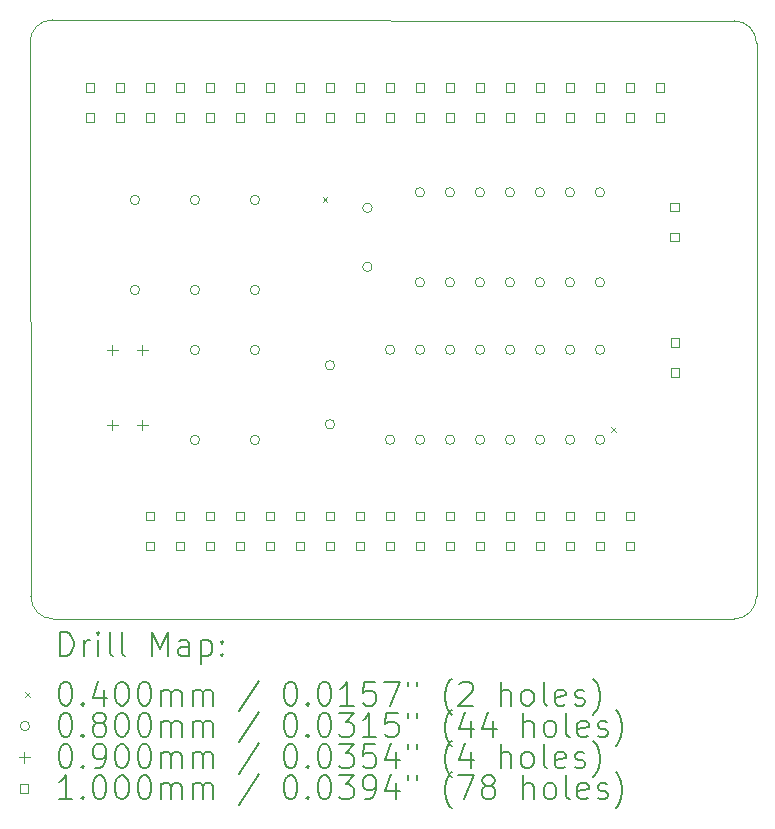
<source format=gbr>
%FSLAX45Y45*%
G04 Gerber Fmt 4.5, Leading zero omitted, Abs format (unit mm)*
G04 Created by KiCad (PCBNEW (6.0.6)) date 2022-08-31 17:59:32*
%MOMM*%
%LPD*%
G01*
G04 APERTURE LIST*
%TA.AperFunction,Profile*%
%ADD10C,0.050000*%
%TD*%
%ADD11C,0.200000*%
%ADD12C,0.040000*%
%ADD13C,0.080000*%
%ADD14C,0.090000*%
%ADD15C,0.100000*%
G04 APERTURE END LIST*
D10*
X22090296Y-7564204D02*
G75*
G03*
X21899796Y-7373704I-190500J0D01*
G01*
X21899796Y-12438296D02*
G75*
G03*
X22090296Y-12247796I0J190500D01*
G01*
X15946204Y-12247796D02*
G75*
G03*
X16136704Y-12438296I190500J0D01*
G01*
X16129000Y-7366000D02*
G75*
G03*
X15938500Y-7556500I0J-190500D01*
G01*
X15946204Y-12247796D02*
X15938500Y-7556500D01*
X22090296Y-7564204D02*
X22090296Y-12247796D01*
X16136704Y-12438296D02*
X21899796Y-12438296D01*
X16129000Y-7366000D02*
X21899796Y-7373704D01*
D11*
D12*
X18415810Y-8869810D02*
X18455810Y-8909810D01*
X18455810Y-8869810D02*
X18415810Y-8909810D01*
X20859300Y-10813870D02*
X20899300Y-10853870D01*
X20899300Y-10813870D02*
X20859300Y-10853870D01*
D13*
X16867500Y-8890000D02*
G75*
G03*
X16867500Y-8890000I-40000J0D01*
G01*
X16867500Y-9652000D02*
G75*
G03*
X16867500Y-9652000I-40000J0D01*
G01*
X17375500Y-8890000D02*
G75*
G03*
X17375500Y-8890000I-40000J0D01*
G01*
X17375500Y-9652000D02*
G75*
G03*
X17375500Y-9652000I-40000J0D01*
G01*
X17375500Y-10160000D02*
G75*
G03*
X17375500Y-10160000I-40000J0D01*
G01*
X17375500Y-10922000D02*
G75*
G03*
X17375500Y-10922000I-40000J0D01*
G01*
X17883500Y-8890000D02*
G75*
G03*
X17883500Y-8890000I-40000J0D01*
G01*
X17883500Y-9652000D02*
G75*
G03*
X17883500Y-9652000I-40000J0D01*
G01*
X17883500Y-10160000D02*
G75*
G03*
X17883500Y-10160000I-40000J0D01*
G01*
X17883500Y-10922000D02*
G75*
G03*
X17883500Y-10922000I-40000J0D01*
G01*
X18518500Y-10291000D02*
G75*
G03*
X18518500Y-10291000I-40000J0D01*
G01*
X18518500Y-10791000D02*
G75*
G03*
X18518500Y-10791000I-40000J0D01*
G01*
X18836000Y-8957500D02*
G75*
G03*
X18836000Y-8957500I-40000J0D01*
G01*
X18836000Y-9457500D02*
G75*
G03*
X18836000Y-9457500I-40000J0D01*
G01*
X19028000Y-10159000D02*
G75*
G03*
X19028000Y-10159000I-40000J0D01*
G01*
X19028000Y-10921000D02*
G75*
G03*
X19028000Y-10921000I-40000J0D01*
G01*
X19280000Y-8825500D02*
G75*
G03*
X19280000Y-8825500I-40000J0D01*
G01*
X19280000Y-9587500D02*
G75*
G03*
X19280000Y-9587500I-40000J0D01*
G01*
X19282000Y-10159000D02*
G75*
G03*
X19282000Y-10159000I-40000J0D01*
G01*
X19282000Y-10921000D02*
G75*
G03*
X19282000Y-10921000I-40000J0D01*
G01*
X19534000Y-8825500D02*
G75*
G03*
X19534000Y-8825500I-40000J0D01*
G01*
X19534000Y-9587500D02*
G75*
G03*
X19534000Y-9587500I-40000J0D01*
G01*
X19536000Y-10159000D02*
G75*
G03*
X19536000Y-10159000I-40000J0D01*
G01*
X19536000Y-10921000D02*
G75*
G03*
X19536000Y-10921000I-40000J0D01*
G01*
X19788000Y-8825500D02*
G75*
G03*
X19788000Y-8825500I-40000J0D01*
G01*
X19788000Y-9587500D02*
G75*
G03*
X19788000Y-9587500I-40000J0D01*
G01*
X19790000Y-10159000D02*
G75*
G03*
X19790000Y-10159000I-40000J0D01*
G01*
X19790000Y-10921000D02*
G75*
G03*
X19790000Y-10921000I-40000J0D01*
G01*
X20042000Y-8825500D02*
G75*
G03*
X20042000Y-8825500I-40000J0D01*
G01*
X20042000Y-9587500D02*
G75*
G03*
X20042000Y-9587500I-40000J0D01*
G01*
X20044000Y-10159000D02*
G75*
G03*
X20044000Y-10159000I-40000J0D01*
G01*
X20044000Y-10921000D02*
G75*
G03*
X20044000Y-10921000I-40000J0D01*
G01*
X20296000Y-8825500D02*
G75*
G03*
X20296000Y-8825500I-40000J0D01*
G01*
X20296000Y-9587500D02*
G75*
G03*
X20296000Y-9587500I-40000J0D01*
G01*
X20298000Y-10159000D02*
G75*
G03*
X20298000Y-10159000I-40000J0D01*
G01*
X20298000Y-10921000D02*
G75*
G03*
X20298000Y-10921000I-40000J0D01*
G01*
X20550000Y-8825500D02*
G75*
G03*
X20550000Y-8825500I-40000J0D01*
G01*
X20550000Y-9587500D02*
G75*
G03*
X20550000Y-9587500I-40000J0D01*
G01*
X20552000Y-10159000D02*
G75*
G03*
X20552000Y-10159000I-40000J0D01*
G01*
X20552000Y-10921000D02*
G75*
G03*
X20552000Y-10921000I-40000J0D01*
G01*
X20804000Y-8825500D02*
G75*
G03*
X20804000Y-8825500I-40000J0D01*
G01*
X20804000Y-9587500D02*
G75*
G03*
X20804000Y-9587500I-40000J0D01*
G01*
X20806000Y-10159000D02*
G75*
G03*
X20806000Y-10159000I-40000J0D01*
G01*
X20806000Y-10921000D02*
G75*
G03*
X20806000Y-10921000I-40000J0D01*
G01*
D14*
X16636500Y-10750000D02*
X16636500Y-10840000D01*
X16591500Y-10795000D02*
X16681500Y-10795000D01*
X16637000Y-10115000D02*
X16637000Y-10205000D01*
X16592000Y-10160000D02*
X16682000Y-10160000D01*
X16890500Y-10750000D02*
X16890500Y-10840000D01*
X16845500Y-10795000D02*
X16935500Y-10795000D01*
X16891000Y-10115000D02*
X16891000Y-10205000D01*
X16846000Y-10160000D02*
X16936000Y-10160000D01*
D15*
X16482356Y-7973356D02*
X16482356Y-7902644D01*
X16411644Y-7902644D01*
X16411644Y-7973356D01*
X16482356Y-7973356D01*
X16482356Y-8227356D02*
X16482356Y-8156644D01*
X16411644Y-8156644D01*
X16411644Y-8227356D01*
X16482356Y-8227356D01*
X16736356Y-7973356D02*
X16736356Y-7902644D01*
X16665644Y-7902644D01*
X16665644Y-7973356D01*
X16736356Y-7973356D01*
X16736356Y-8227356D02*
X16736356Y-8156644D01*
X16665644Y-8156644D01*
X16665644Y-8227356D01*
X16736356Y-8227356D01*
X16989856Y-11604106D02*
X16989856Y-11533394D01*
X16919144Y-11533394D01*
X16919144Y-11604106D01*
X16989856Y-11604106D01*
X16989856Y-11858106D02*
X16989856Y-11787394D01*
X16919144Y-11787394D01*
X16919144Y-11858106D01*
X16989856Y-11858106D01*
X16990356Y-7973356D02*
X16990356Y-7902644D01*
X16919644Y-7902644D01*
X16919644Y-7973356D01*
X16990356Y-7973356D01*
X16990356Y-8227356D02*
X16990356Y-8156644D01*
X16919644Y-8156644D01*
X16919644Y-8227356D01*
X16990356Y-8227356D01*
X17243856Y-11604106D02*
X17243856Y-11533394D01*
X17173144Y-11533394D01*
X17173144Y-11604106D01*
X17243856Y-11604106D01*
X17243856Y-11858106D02*
X17243856Y-11787394D01*
X17173144Y-11787394D01*
X17173144Y-11858106D01*
X17243856Y-11858106D01*
X17244356Y-7973356D02*
X17244356Y-7902644D01*
X17173644Y-7902644D01*
X17173644Y-7973356D01*
X17244356Y-7973356D01*
X17244356Y-8227356D02*
X17244356Y-8156644D01*
X17173644Y-8156644D01*
X17173644Y-8227356D01*
X17244356Y-8227356D01*
X17497856Y-11604106D02*
X17497856Y-11533394D01*
X17427144Y-11533394D01*
X17427144Y-11604106D01*
X17497856Y-11604106D01*
X17497856Y-11858106D02*
X17497856Y-11787394D01*
X17427144Y-11787394D01*
X17427144Y-11858106D01*
X17497856Y-11858106D01*
X17498356Y-7973356D02*
X17498356Y-7902644D01*
X17427644Y-7902644D01*
X17427644Y-7973356D01*
X17498356Y-7973356D01*
X17498356Y-8227356D02*
X17498356Y-8156644D01*
X17427644Y-8156644D01*
X17427644Y-8227356D01*
X17498356Y-8227356D01*
X17751856Y-11604106D02*
X17751856Y-11533394D01*
X17681144Y-11533394D01*
X17681144Y-11604106D01*
X17751856Y-11604106D01*
X17751856Y-11858106D02*
X17751856Y-11787394D01*
X17681144Y-11787394D01*
X17681144Y-11858106D01*
X17751856Y-11858106D01*
X17752356Y-7973356D02*
X17752356Y-7902644D01*
X17681644Y-7902644D01*
X17681644Y-7973356D01*
X17752356Y-7973356D01*
X17752356Y-8227356D02*
X17752356Y-8156644D01*
X17681644Y-8156644D01*
X17681644Y-8227356D01*
X17752356Y-8227356D01*
X18005856Y-11604106D02*
X18005856Y-11533394D01*
X17935144Y-11533394D01*
X17935144Y-11604106D01*
X18005856Y-11604106D01*
X18005856Y-11858106D02*
X18005856Y-11787394D01*
X17935144Y-11787394D01*
X17935144Y-11858106D01*
X18005856Y-11858106D01*
X18006356Y-7973356D02*
X18006356Y-7902644D01*
X17935644Y-7902644D01*
X17935644Y-7973356D01*
X18006356Y-7973356D01*
X18006356Y-8227356D02*
X18006356Y-8156644D01*
X17935644Y-8156644D01*
X17935644Y-8227356D01*
X18006356Y-8227356D01*
X18259856Y-11604106D02*
X18259856Y-11533394D01*
X18189144Y-11533394D01*
X18189144Y-11604106D01*
X18259856Y-11604106D01*
X18259856Y-11858106D02*
X18259856Y-11787394D01*
X18189144Y-11787394D01*
X18189144Y-11858106D01*
X18259856Y-11858106D01*
X18260356Y-7973356D02*
X18260356Y-7902644D01*
X18189644Y-7902644D01*
X18189644Y-7973356D01*
X18260356Y-7973356D01*
X18260356Y-8227356D02*
X18260356Y-8156644D01*
X18189644Y-8156644D01*
X18189644Y-8227356D01*
X18260356Y-8227356D01*
X18513856Y-11604106D02*
X18513856Y-11533394D01*
X18443144Y-11533394D01*
X18443144Y-11604106D01*
X18513856Y-11604106D01*
X18513856Y-11858106D02*
X18513856Y-11787394D01*
X18443144Y-11787394D01*
X18443144Y-11858106D01*
X18513856Y-11858106D01*
X18514356Y-7973356D02*
X18514356Y-7902644D01*
X18443644Y-7902644D01*
X18443644Y-7973356D01*
X18514356Y-7973356D01*
X18514356Y-8227356D02*
X18514356Y-8156644D01*
X18443644Y-8156644D01*
X18443644Y-8227356D01*
X18514356Y-8227356D01*
X18767856Y-11604106D02*
X18767856Y-11533394D01*
X18697144Y-11533394D01*
X18697144Y-11604106D01*
X18767856Y-11604106D01*
X18767856Y-11858106D02*
X18767856Y-11787394D01*
X18697144Y-11787394D01*
X18697144Y-11858106D01*
X18767856Y-11858106D01*
X18768356Y-7973356D02*
X18768356Y-7902644D01*
X18697644Y-7902644D01*
X18697644Y-7973356D01*
X18768356Y-7973356D01*
X18768356Y-8227356D02*
X18768356Y-8156644D01*
X18697644Y-8156644D01*
X18697644Y-8227356D01*
X18768356Y-8227356D01*
X19021856Y-11604106D02*
X19021856Y-11533394D01*
X18951144Y-11533394D01*
X18951144Y-11604106D01*
X19021856Y-11604106D01*
X19021856Y-11858106D02*
X19021856Y-11787394D01*
X18951144Y-11787394D01*
X18951144Y-11858106D01*
X19021856Y-11858106D01*
X19022356Y-7973356D02*
X19022356Y-7902644D01*
X18951644Y-7902644D01*
X18951644Y-7973356D01*
X19022356Y-7973356D01*
X19022356Y-8227356D02*
X19022356Y-8156644D01*
X18951644Y-8156644D01*
X18951644Y-8227356D01*
X19022356Y-8227356D01*
X19275856Y-11604106D02*
X19275856Y-11533394D01*
X19205144Y-11533394D01*
X19205144Y-11604106D01*
X19275856Y-11604106D01*
X19275856Y-11858106D02*
X19275856Y-11787394D01*
X19205144Y-11787394D01*
X19205144Y-11858106D01*
X19275856Y-11858106D01*
X19276356Y-7973356D02*
X19276356Y-7902644D01*
X19205644Y-7902644D01*
X19205644Y-7973356D01*
X19276356Y-7973356D01*
X19276356Y-8227356D02*
X19276356Y-8156644D01*
X19205644Y-8156644D01*
X19205644Y-8227356D01*
X19276356Y-8227356D01*
X19529856Y-11604106D02*
X19529856Y-11533394D01*
X19459144Y-11533394D01*
X19459144Y-11604106D01*
X19529856Y-11604106D01*
X19529856Y-11858106D02*
X19529856Y-11787394D01*
X19459144Y-11787394D01*
X19459144Y-11858106D01*
X19529856Y-11858106D01*
X19530356Y-7973356D02*
X19530356Y-7902644D01*
X19459644Y-7902644D01*
X19459644Y-7973356D01*
X19530356Y-7973356D01*
X19530356Y-8227356D02*
X19530356Y-8156644D01*
X19459644Y-8156644D01*
X19459644Y-8227356D01*
X19530356Y-8227356D01*
X19783856Y-11604106D02*
X19783856Y-11533394D01*
X19713144Y-11533394D01*
X19713144Y-11604106D01*
X19783856Y-11604106D01*
X19783856Y-11858106D02*
X19783856Y-11787394D01*
X19713144Y-11787394D01*
X19713144Y-11858106D01*
X19783856Y-11858106D01*
X19784356Y-7973356D02*
X19784356Y-7902644D01*
X19713644Y-7902644D01*
X19713644Y-7973356D01*
X19784356Y-7973356D01*
X19784356Y-8227356D02*
X19784356Y-8156644D01*
X19713644Y-8156644D01*
X19713644Y-8227356D01*
X19784356Y-8227356D01*
X20037856Y-11604106D02*
X20037856Y-11533394D01*
X19967144Y-11533394D01*
X19967144Y-11604106D01*
X20037856Y-11604106D01*
X20037856Y-11858106D02*
X20037856Y-11787394D01*
X19967144Y-11787394D01*
X19967144Y-11858106D01*
X20037856Y-11858106D01*
X20038356Y-7973356D02*
X20038356Y-7902644D01*
X19967644Y-7902644D01*
X19967644Y-7973356D01*
X20038356Y-7973356D01*
X20038356Y-8227356D02*
X20038356Y-8156644D01*
X19967644Y-8156644D01*
X19967644Y-8227356D01*
X20038356Y-8227356D01*
X20291856Y-11604106D02*
X20291856Y-11533394D01*
X20221144Y-11533394D01*
X20221144Y-11604106D01*
X20291856Y-11604106D01*
X20291856Y-11858106D02*
X20291856Y-11787394D01*
X20221144Y-11787394D01*
X20221144Y-11858106D01*
X20291856Y-11858106D01*
X20292356Y-7973356D02*
X20292356Y-7902644D01*
X20221644Y-7902644D01*
X20221644Y-7973356D01*
X20292356Y-7973356D01*
X20292356Y-8227356D02*
X20292356Y-8156644D01*
X20221644Y-8156644D01*
X20221644Y-8227356D01*
X20292356Y-8227356D01*
X20545856Y-11604106D02*
X20545856Y-11533394D01*
X20475144Y-11533394D01*
X20475144Y-11604106D01*
X20545856Y-11604106D01*
X20545856Y-11858106D02*
X20545856Y-11787394D01*
X20475144Y-11787394D01*
X20475144Y-11858106D01*
X20545856Y-11858106D01*
X20546356Y-7973356D02*
X20546356Y-7902644D01*
X20475644Y-7902644D01*
X20475644Y-7973356D01*
X20546356Y-7973356D01*
X20546356Y-8227356D02*
X20546356Y-8156644D01*
X20475644Y-8156644D01*
X20475644Y-8227356D01*
X20546356Y-8227356D01*
X20799856Y-11604106D02*
X20799856Y-11533394D01*
X20729144Y-11533394D01*
X20729144Y-11604106D01*
X20799856Y-11604106D01*
X20799856Y-11858106D02*
X20799856Y-11787394D01*
X20729144Y-11787394D01*
X20729144Y-11858106D01*
X20799856Y-11858106D01*
X20800356Y-7973356D02*
X20800356Y-7902644D01*
X20729644Y-7902644D01*
X20729644Y-7973356D01*
X20800356Y-7973356D01*
X20800356Y-8227356D02*
X20800356Y-8156644D01*
X20729644Y-8156644D01*
X20729644Y-8227356D01*
X20800356Y-8227356D01*
X21053856Y-11604106D02*
X21053856Y-11533394D01*
X20983144Y-11533394D01*
X20983144Y-11604106D01*
X21053856Y-11604106D01*
X21053856Y-11858106D02*
X21053856Y-11787394D01*
X20983144Y-11787394D01*
X20983144Y-11858106D01*
X21053856Y-11858106D01*
X21054356Y-7973356D02*
X21054356Y-7902644D01*
X20983644Y-7902644D01*
X20983644Y-7973356D01*
X21054356Y-7973356D01*
X21054356Y-8227356D02*
X21054356Y-8156644D01*
X20983644Y-8156644D01*
X20983644Y-8227356D01*
X21054356Y-8227356D01*
X21308356Y-7973356D02*
X21308356Y-7902644D01*
X21237644Y-7902644D01*
X21237644Y-7973356D01*
X21308356Y-7973356D01*
X21308356Y-8227356D02*
X21308356Y-8156644D01*
X21237644Y-8156644D01*
X21237644Y-8227356D01*
X21308356Y-8227356D01*
X21432356Y-8986856D02*
X21432356Y-8916144D01*
X21361644Y-8916144D01*
X21361644Y-8986856D01*
X21432356Y-8986856D01*
X21432356Y-9240856D02*
X21432356Y-9170144D01*
X21361644Y-9170144D01*
X21361644Y-9240856D01*
X21432356Y-9240856D01*
X21434856Y-10131856D02*
X21434856Y-10061144D01*
X21364144Y-10061144D01*
X21364144Y-10131856D01*
X21434856Y-10131856D01*
X21434856Y-10385856D02*
X21434856Y-10315144D01*
X21364144Y-10315144D01*
X21364144Y-10385856D01*
X21434856Y-10385856D01*
D11*
X16193619Y-12751272D02*
X16193619Y-12551272D01*
X16241238Y-12551272D01*
X16269809Y-12560796D01*
X16288857Y-12579844D01*
X16298381Y-12598891D01*
X16307905Y-12636987D01*
X16307905Y-12665558D01*
X16298381Y-12703653D01*
X16288857Y-12722701D01*
X16269809Y-12741748D01*
X16241238Y-12751272D01*
X16193619Y-12751272D01*
X16393619Y-12751272D02*
X16393619Y-12617939D01*
X16393619Y-12656034D02*
X16403143Y-12636987D01*
X16412667Y-12627463D01*
X16431714Y-12617939D01*
X16450762Y-12617939D01*
X16517428Y-12751272D02*
X16517428Y-12617939D01*
X16517428Y-12551272D02*
X16507905Y-12560796D01*
X16517428Y-12570320D01*
X16526952Y-12560796D01*
X16517428Y-12551272D01*
X16517428Y-12570320D01*
X16641238Y-12751272D02*
X16622190Y-12741748D01*
X16612667Y-12722701D01*
X16612667Y-12551272D01*
X16746000Y-12751272D02*
X16726952Y-12741748D01*
X16717428Y-12722701D01*
X16717428Y-12551272D01*
X16974571Y-12751272D02*
X16974571Y-12551272D01*
X17041238Y-12694129D01*
X17107905Y-12551272D01*
X17107905Y-12751272D01*
X17288857Y-12751272D02*
X17288857Y-12646510D01*
X17279333Y-12627463D01*
X17260286Y-12617939D01*
X17222190Y-12617939D01*
X17203143Y-12627463D01*
X17288857Y-12741748D02*
X17269810Y-12751272D01*
X17222190Y-12751272D01*
X17203143Y-12741748D01*
X17193619Y-12722701D01*
X17193619Y-12703653D01*
X17203143Y-12684606D01*
X17222190Y-12675082D01*
X17269810Y-12675082D01*
X17288857Y-12665558D01*
X17384095Y-12617939D02*
X17384095Y-12817939D01*
X17384095Y-12627463D02*
X17403143Y-12617939D01*
X17441238Y-12617939D01*
X17460286Y-12627463D01*
X17469810Y-12636987D01*
X17479333Y-12656034D01*
X17479333Y-12713177D01*
X17469810Y-12732225D01*
X17460286Y-12741748D01*
X17441238Y-12751272D01*
X17403143Y-12751272D01*
X17384095Y-12741748D01*
X17565048Y-12732225D02*
X17574571Y-12741748D01*
X17565048Y-12751272D01*
X17555524Y-12741748D01*
X17565048Y-12732225D01*
X17565048Y-12751272D01*
X17565048Y-12627463D02*
X17574571Y-12636987D01*
X17565048Y-12646510D01*
X17555524Y-12636987D01*
X17565048Y-12627463D01*
X17565048Y-12646510D01*
D12*
X15896000Y-13060796D02*
X15936000Y-13100796D01*
X15936000Y-13060796D02*
X15896000Y-13100796D01*
D11*
X16231714Y-12971272D02*
X16250762Y-12971272D01*
X16269809Y-12980796D01*
X16279333Y-12990320D01*
X16288857Y-13009368D01*
X16298381Y-13047463D01*
X16298381Y-13095082D01*
X16288857Y-13133177D01*
X16279333Y-13152225D01*
X16269809Y-13161748D01*
X16250762Y-13171272D01*
X16231714Y-13171272D01*
X16212667Y-13161748D01*
X16203143Y-13152225D01*
X16193619Y-13133177D01*
X16184095Y-13095082D01*
X16184095Y-13047463D01*
X16193619Y-13009368D01*
X16203143Y-12990320D01*
X16212667Y-12980796D01*
X16231714Y-12971272D01*
X16384095Y-13152225D02*
X16393619Y-13161748D01*
X16384095Y-13171272D01*
X16374571Y-13161748D01*
X16384095Y-13152225D01*
X16384095Y-13171272D01*
X16565048Y-13037939D02*
X16565048Y-13171272D01*
X16517428Y-12961748D02*
X16469809Y-13104606D01*
X16593619Y-13104606D01*
X16707905Y-12971272D02*
X16726952Y-12971272D01*
X16746000Y-12980796D01*
X16755524Y-12990320D01*
X16765048Y-13009368D01*
X16774571Y-13047463D01*
X16774571Y-13095082D01*
X16765048Y-13133177D01*
X16755524Y-13152225D01*
X16746000Y-13161748D01*
X16726952Y-13171272D01*
X16707905Y-13171272D01*
X16688857Y-13161748D01*
X16679333Y-13152225D01*
X16669809Y-13133177D01*
X16660286Y-13095082D01*
X16660286Y-13047463D01*
X16669809Y-13009368D01*
X16679333Y-12990320D01*
X16688857Y-12980796D01*
X16707905Y-12971272D01*
X16898381Y-12971272D02*
X16917429Y-12971272D01*
X16936476Y-12980796D01*
X16946000Y-12990320D01*
X16955524Y-13009368D01*
X16965048Y-13047463D01*
X16965048Y-13095082D01*
X16955524Y-13133177D01*
X16946000Y-13152225D01*
X16936476Y-13161748D01*
X16917429Y-13171272D01*
X16898381Y-13171272D01*
X16879333Y-13161748D01*
X16869810Y-13152225D01*
X16860286Y-13133177D01*
X16850762Y-13095082D01*
X16850762Y-13047463D01*
X16860286Y-13009368D01*
X16869810Y-12990320D01*
X16879333Y-12980796D01*
X16898381Y-12971272D01*
X17050762Y-13171272D02*
X17050762Y-13037939D01*
X17050762Y-13056987D02*
X17060286Y-13047463D01*
X17079333Y-13037939D01*
X17107905Y-13037939D01*
X17126952Y-13047463D01*
X17136476Y-13066510D01*
X17136476Y-13171272D01*
X17136476Y-13066510D02*
X17146000Y-13047463D01*
X17165048Y-13037939D01*
X17193619Y-13037939D01*
X17212667Y-13047463D01*
X17222190Y-13066510D01*
X17222190Y-13171272D01*
X17317429Y-13171272D02*
X17317429Y-13037939D01*
X17317429Y-13056987D02*
X17326952Y-13047463D01*
X17346000Y-13037939D01*
X17374571Y-13037939D01*
X17393619Y-13047463D01*
X17403143Y-13066510D01*
X17403143Y-13171272D01*
X17403143Y-13066510D02*
X17412667Y-13047463D01*
X17431714Y-13037939D01*
X17460286Y-13037939D01*
X17479333Y-13047463D01*
X17488857Y-13066510D01*
X17488857Y-13171272D01*
X17879333Y-12961748D02*
X17707905Y-13218891D01*
X18136476Y-12971272D02*
X18155524Y-12971272D01*
X18174571Y-12980796D01*
X18184095Y-12990320D01*
X18193619Y-13009368D01*
X18203143Y-13047463D01*
X18203143Y-13095082D01*
X18193619Y-13133177D01*
X18184095Y-13152225D01*
X18174571Y-13161748D01*
X18155524Y-13171272D01*
X18136476Y-13171272D01*
X18117429Y-13161748D01*
X18107905Y-13152225D01*
X18098381Y-13133177D01*
X18088857Y-13095082D01*
X18088857Y-13047463D01*
X18098381Y-13009368D01*
X18107905Y-12990320D01*
X18117429Y-12980796D01*
X18136476Y-12971272D01*
X18288857Y-13152225D02*
X18298381Y-13161748D01*
X18288857Y-13171272D01*
X18279333Y-13161748D01*
X18288857Y-13152225D01*
X18288857Y-13171272D01*
X18422190Y-12971272D02*
X18441238Y-12971272D01*
X18460286Y-12980796D01*
X18469810Y-12990320D01*
X18479333Y-13009368D01*
X18488857Y-13047463D01*
X18488857Y-13095082D01*
X18479333Y-13133177D01*
X18469810Y-13152225D01*
X18460286Y-13161748D01*
X18441238Y-13171272D01*
X18422190Y-13171272D01*
X18403143Y-13161748D01*
X18393619Y-13152225D01*
X18384095Y-13133177D01*
X18374571Y-13095082D01*
X18374571Y-13047463D01*
X18384095Y-13009368D01*
X18393619Y-12990320D01*
X18403143Y-12980796D01*
X18422190Y-12971272D01*
X18679333Y-13171272D02*
X18565048Y-13171272D01*
X18622190Y-13171272D02*
X18622190Y-12971272D01*
X18603143Y-12999844D01*
X18584095Y-13018891D01*
X18565048Y-13028415D01*
X18860286Y-12971272D02*
X18765048Y-12971272D01*
X18755524Y-13066510D01*
X18765048Y-13056987D01*
X18784095Y-13047463D01*
X18831714Y-13047463D01*
X18850762Y-13056987D01*
X18860286Y-13066510D01*
X18869810Y-13085558D01*
X18869810Y-13133177D01*
X18860286Y-13152225D01*
X18850762Y-13161748D01*
X18831714Y-13171272D01*
X18784095Y-13171272D01*
X18765048Y-13161748D01*
X18755524Y-13152225D01*
X18936476Y-12971272D02*
X19069810Y-12971272D01*
X18984095Y-13171272D01*
X19136476Y-12971272D02*
X19136476Y-13009368D01*
X19212667Y-12971272D02*
X19212667Y-13009368D01*
X19507905Y-13247463D02*
X19498381Y-13237939D01*
X19479333Y-13209368D01*
X19469810Y-13190320D01*
X19460286Y-13161748D01*
X19450762Y-13114129D01*
X19450762Y-13076034D01*
X19460286Y-13028415D01*
X19469810Y-12999844D01*
X19479333Y-12980796D01*
X19498381Y-12952225D01*
X19507905Y-12942701D01*
X19574571Y-12990320D02*
X19584095Y-12980796D01*
X19603143Y-12971272D01*
X19650762Y-12971272D01*
X19669810Y-12980796D01*
X19679333Y-12990320D01*
X19688857Y-13009368D01*
X19688857Y-13028415D01*
X19679333Y-13056987D01*
X19565048Y-13171272D01*
X19688857Y-13171272D01*
X19926952Y-13171272D02*
X19926952Y-12971272D01*
X20012667Y-13171272D02*
X20012667Y-13066510D01*
X20003143Y-13047463D01*
X19984095Y-13037939D01*
X19955524Y-13037939D01*
X19936476Y-13047463D01*
X19926952Y-13056987D01*
X20136476Y-13171272D02*
X20117429Y-13161748D01*
X20107905Y-13152225D01*
X20098381Y-13133177D01*
X20098381Y-13076034D01*
X20107905Y-13056987D01*
X20117429Y-13047463D01*
X20136476Y-13037939D01*
X20165048Y-13037939D01*
X20184095Y-13047463D01*
X20193619Y-13056987D01*
X20203143Y-13076034D01*
X20203143Y-13133177D01*
X20193619Y-13152225D01*
X20184095Y-13161748D01*
X20165048Y-13171272D01*
X20136476Y-13171272D01*
X20317429Y-13171272D02*
X20298381Y-13161748D01*
X20288857Y-13142701D01*
X20288857Y-12971272D01*
X20469810Y-13161748D02*
X20450762Y-13171272D01*
X20412667Y-13171272D01*
X20393619Y-13161748D01*
X20384095Y-13142701D01*
X20384095Y-13066510D01*
X20393619Y-13047463D01*
X20412667Y-13037939D01*
X20450762Y-13037939D01*
X20469810Y-13047463D01*
X20479333Y-13066510D01*
X20479333Y-13085558D01*
X20384095Y-13104606D01*
X20555524Y-13161748D02*
X20574571Y-13171272D01*
X20612667Y-13171272D01*
X20631714Y-13161748D01*
X20641238Y-13142701D01*
X20641238Y-13133177D01*
X20631714Y-13114129D01*
X20612667Y-13104606D01*
X20584095Y-13104606D01*
X20565048Y-13095082D01*
X20555524Y-13076034D01*
X20555524Y-13066510D01*
X20565048Y-13047463D01*
X20584095Y-13037939D01*
X20612667Y-13037939D01*
X20631714Y-13047463D01*
X20707905Y-13247463D02*
X20717429Y-13237939D01*
X20736476Y-13209368D01*
X20746000Y-13190320D01*
X20755524Y-13161748D01*
X20765048Y-13114129D01*
X20765048Y-13076034D01*
X20755524Y-13028415D01*
X20746000Y-12999844D01*
X20736476Y-12980796D01*
X20717429Y-12952225D01*
X20707905Y-12942701D01*
D13*
X15936000Y-13344796D02*
G75*
G03*
X15936000Y-13344796I-40000J0D01*
G01*
D11*
X16231714Y-13235272D02*
X16250762Y-13235272D01*
X16269809Y-13244796D01*
X16279333Y-13254320D01*
X16288857Y-13273368D01*
X16298381Y-13311463D01*
X16298381Y-13359082D01*
X16288857Y-13397177D01*
X16279333Y-13416225D01*
X16269809Y-13425748D01*
X16250762Y-13435272D01*
X16231714Y-13435272D01*
X16212667Y-13425748D01*
X16203143Y-13416225D01*
X16193619Y-13397177D01*
X16184095Y-13359082D01*
X16184095Y-13311463D01*
X16193619Y-13273368D01*
X16203143Y-13254320D01*
X16212667Y-13244796D01*
X16231714Y-13235272D01*
X16384095Y-13416225D02*
X16393619Y-13425748D01*
X16384095Y-13435272D01*
X16374571Y-13425748D01*
X16384095Y-13416225D01*
X16384095Y-13435272D01*
X16507905Y-13320987D02*
X16488857Y-13311463D01*
X16479333Y-13301939D01*
X16469809Y-13282891D01*
X16469809Y-13273368D01*
X16479333Y-13254320D01*
X16488857Y-13244796D01*
X16507905Y-13235272D01*
X16546000Y-13235272D01*
X16565048Y-13244796D01*
X16574571Y-13254320D01*
X16584095Y-13273368D01*
X16584095Y-13282891D01*
X16574571Y-13301939D01*
X16565048Y-13311463D01*
X16546000Y-13320987D01*
X16507905Y-13320987D01*
X16488857Y-13330510D01*
X16479333Y-13340034D01*
X16469809Y-13359082D01*
X16469809Y-13397177D01*
X16479333Y-13416225D01*
X16488857Y-13425748D01*
X16507905Y-13435272D01*
X16546000Y-13435272D01*
X16565048Y-13425748D01*
X16574571Y-13416225D01*
X16584095Y-13397177D01*
X16584095Y-13359082D01*
X16574571Y-13340034D01*
X16565048Y-13330510D01*
X16546000Y-13320987D01*
X16707905Y-13235272D02*
X16726952Y-13235272D01*
X16746000Y-13244796D01*
X16755524Y-13254320D01*
X16765048Y-13273368D01*
X16774571Y-13311463D01*
X16774571Y-13359082D01*
X16765048Y-13397177D01*
X16755524Y-13416225D01*
X16746000Y-13425748D01*
X16726952Y-13435272D01*
X16707905Y-13435272D01*
X16688857Y-13425748D01*
X16679333Y-13416225D01*
X16669809Y-13397177D01*
X16660286Y-13359082D01*
X16660286Y-13311463D01*
X16669809Y-13273368D01*
X16679333Y-13254320D01*
X16688857Y-13244796D01*
X16707905Y-13235272D01*
X16898381Y-13235272D02*
X16917429Y-13235272D01*
X16936476Y-13244796D01*
X16946000Y-13254320D01*
X16955524Y-13273368D01*
X16965048Y-13311463D01*
X16965048Y-13359082D01*
X16955524Y-13397177D01*
X16946000Y-13416225D01*
X16936476Y-13425748D01*
X16917429Y-13435272D01*
X16898381Y-13435272D01*
X16879333Y-13425748D01*
X16869810Y-13416225D01*
X16860286Y-13397177D01*
X16850762Y-13359082D01*
X16850762Y-13311463D01*
X16860286Y-13273368D01*
X16869810Y-13254320D01*
X16879333Y-13244796D01*
X16898381Y-13235272D01*
X17050762Y-13435272D02*
X17050762Y-13301939D01*
X17050762Y-13320987D02*
X17060286Y-13311463D01*
X17079333Y-13301939D01*
X17107905Y-13301939D01*
X17126952Y-13311463D01*
X17136476Y-13330510D01*
X17136476Y-13435272D01*
X17136476Y-13330510D02*
X17146000Y-13311463D01*
X17165048Y-13301939D01*
X17193619Y-13301939D01*
X17212667Y-13311463D01*
X17222190Y-13330510D01*
X17222190Y-13435272D01*
X17317429Y-13435272D02*
X17317429Y-13301939D01*
X17317429Y-13320987D02*
X17326952Y-13311463D01*
X17346000Y-13301939D01*
X17374571Y-13301939D01*
X17393619Y-13311463D01*
X17403143Y-13330510D01*
X17403143Y-13435272D01*
X17403143Y-13330510D02*
X17412667Y-13311463D01*
X17431714Y-13301939D01*
X17460286Y-13301939D01*
X17479333Y-13311463D01*
X17488857Y-13330510D01*
X17488857Y-13435272D01*
X17879333Y-13225748D02*
X17707905Y-13482891D01*
X18136476Y-13235272D02*
X18155524Y-13235272D01*
X18174571Y-13244796D01*
X18184095Y-13254320D01*
X18193619Y-13273368D01*
X18203143Y-13311463D01*
X18203143Y-13359082D01*
X18193619Y-13397177D01*
X18184095Y-13416225D01*
X18174571Y-13425748D01*
X18155524Y-13435272D01*
X18136476Y-13435272D01*
X18117429Y-13425748D01*
X18107905Y-13416225D01*
X18098381Y-13397177D01*
X18088857Y-13359082D01*
X18088857Y-13311463D01*
X18098381Y-13273368D01*
X18107905Y-13254320D01*
X18117429Y-13244796D01*
X18136476Y-13235272D01*
X18288857Y-13416225D02*
X18298381Y-13425748D01*
X18288857Y-13435272D01*
X18279333Y-13425748D01*
X18288857Y-13416225D01*
X18288857Y-13435272D01*
X18422190Y-13235272D02*
X18441238Y-13235272D01*
X18460286Y-13244796D01*
X18469810Y-13254320D01*
X18479333Y-13273368D01*
X18488857Y-13311463D01*
X18488857Y-13359082D01*
X18479333Y-13397177D01*
X18469810Y-13416225D01*
X18460286Y-13425748D01*
X18441238Y-13435272D01*
X18422190Y-13435272D01*
X18403143Y-13425748D01*
X18393619Y-13416225D01*
X18384095Y-13397177D01*
X18374571Y-13359082D01*
X18374571Y-13311463D01*
X18384095Y-13273368D01*
X18393619Y-13254320D01*
X18403143Y-13244796D01*
X18422190Y-13235272D01*
X18555524Y-13235272D02*
X18679333Y-13235272D01*
X18612667Y-13311463D01*
X18641238Y-13311463D01*
X18660286Y-13320987D01*
X18669810Y-13330510D01*
X18679333Y-13349558D01*
X18679333Y-13397177D01*
X18669810Y-13416225D01*
X18660286Y-13425748D01*
X18641238Y-13435272D01*
X18584095Y-13435272D01*
X18565048Y-13425748D01*
X18555524Y-13416225D01*
X18869810Y-13435272D02*
X18755524Y-13435272D01*
X18812667Y-13435272D02*
X18812667Y-13235272D01*
X18793619Y-13263844D01*
X18774571Y-13282891D01*
X18755524Y-13292415D01*
X19050762Y-13235272D02*
X18955524Y-13235272D01*
X18946000Y-13330510D01*
X18955524Y-13320987D01*
X18974571Y-13311463D01*
X19022190Y-13311463D01*
X19041238Y-13320987D01*
X19050762Y-13330510D01*
X19060286Y-13349558D01*
X19060286Y-13397177D01*
X19050762Y-13416225D01*
X19041238Y-13425748D01*
X19022190Y-13435272D01*
X18974571Y-13435272D01*
X18955524Y-13425748D01*
X18946000Y-13416225D01*
X19136476Y-13235272D02*
X19136476Y-13273368D01*
X19212667Y-13235272D02*
X19212667Y-13273368D01*
X19507905Y-13511463D02*
X19498381Y-13501939D01*
X19479333Y-13473368D01*
X19469810Y-13454320D01*
X19460286Y-13425748D01*
X19450762Y-13378129D01*
X19450762Y-13340034D01*
X19460286Y-13292415D01*
X19469810Y-13263844D01*
X19479333Y-13244796D01*
X19498381Y-13216225D01*
X19507905Y-13206701D01*
X19669810Y-13301939D02*
X19669810Y-13435272D01*
X19622190Y-13225748D02*
X19574571Y-13368606D01*
X19698381Y-13368606D01*
X19860286Y-13301939D02*
X19860286Y-13435272D01*
X19812667Y-13225748D02*
X19765048Y-13368606D01*
X19888857Y-13368606D01*
X20117429Y-13435272D02*
X20117429Y-13235272D01*
X20203143Y-13435272D02*
X20203143Y-13330510D01*
X20193619Y-13311463D01*
X20174571Y-13301939D01*
X20146000Y-13301939D01*
X20126952Y-13311463D01*
X20117429Y-13320987D01*
X20326952Y-13435272D02*
X20307905Y-13425748D01*
X20298381Y-13416225D01*
X20288857Y-13397177D01*
X20288857Y-13340034D01*
X20298381Y-13320987D01*
X20307905Y-13311463D01*
X20326952Y-13301939D01*
X20355524Y-13301939D01*
X20374571Y-13311463D01*
X20384095Y-13320987D01*
X20393619Y-13340034D01*
X20393619Y-13397177D01*
X20384095Y-13416225D01*
X20374571Y-13425748D01*
X20355524Y-13435272D01*
X20326952Y-13435272D01*
X20507905Y-13435272D02*
X20488857Y-13425748D01*
X20479333Y-13406701D01*
X20479333Y-13235272D01*
X20660286Y-13425748D02*
X20641238Y-13435272D01*
X20603143Y-13435272D01*
X20584095Y-13425748D01*
X20574571Y-13406701D01*
X20574571Y-13330510D01*
X20584095Y-13311463D01*
X20603143Y-13301939D01*
X20641238Y-13301939D01*
X20660286Y-13311463D01*
X20669810Y-13330510D01*
X20669810Y-13349558D01*
X20574571Y-13368606D01*
X20746000Y-13425748D02*
X20765048Y-13435272D01*
X20803143Y-13435272D01*
X20822190Y-13425748D01*
X20831714Y-13406701D01*
X20831714Y-13397177D01*
X20822190Y-13378129D01*
X20803143Y-13368606D01*
X20774571Y-13368606D01*
X20755524Y-13359082D01*
X20746000Y-13340034D01*
X20746000Y-13330510D01*
X20755524Y-13311463D01*
X20774571Y-13301939D01*
X20803143Y-13301939D01*
X20822190Y-13311463D01*
X20898381Y-13511463D02*
X20907905Y-13501939D01*
X20926952Y-13473368D01*
X20936476Y-13454320D01*
X20946000Y-13425748D01*
X20955524Y-13378129D01*
X20955524Y-13340034D01*
X20946000Y-13292415D01*
X20936476Y-13263844D01*
X20926952Y-13244796D01*
X20907905Y-13216225D01*
X20898381Y-13206701D01*
D14*
X15891000Y-13563796D02*
X15891000Y-13653796D01*
X15846000Y-13608796D02*
X15936000Y-13608796D01*
D11*
X16231714Y-13499272D02*
X16250762Y-13499272D01*
X16269809Y-13508796D01*
X16279333Y-13518320D01*
X16288857Y-13537368D01*
X16298381Y-13575463D01*
X16298381Y-13623082D01*
X16288857Y-13661177D01*
X16279333Y-13680225D01*
X16269809Y-13689748D01*
X16250762Y-13699272D01*
X16231714Y-13699272D01*
X16212667Y-13689748D01*
X16203143Y-13680225D01*
X16193619Y-13661177D01*
X16184095Y-13623082D01*
X16184095Y-13575463D01*
X16193619Y-13537368D01*
X16203143Y-13518320D01*
X16212667Y-13508796D01*
X16231714Y-13499272D01*
X16384095Y-13680225D02*
X16393619Y-13689748D01*
X16384095Y-13699272D01*
X16374571Y-13689748D01*
X16384095Y-13680225D01*
X16384095Y-13699272D01*
X16488857Y-13699272D02*
X16526952Y-13699272D01*
X16546000Y-13689748D01*
X16555524Y-13680225D01*
X16574571Y-13651653D01*
X16584095Y-13613558D01*
X16584095Y-13537368D01*
X16574571Y-13518320D01*
X16565048Y-13508796D01*
X16546000Y-13499272D01*
X16507905Y-13499272D01*
X16488857Y-13508796D01*
X16479333Y-13518320D01*
X16469809Y-13537368D01*
X16469809Y-13584987D01*
X16479333Y-13604034D01*
X16488857Y-13613558D01*
X16507905Y-13623082D01*
X16546000Y-13623082D01*
X16565048Y-13613558D01*
X16574571Y-13604034D01*
X16584095Y-13584987D01*
X16707905Y-13499272D02*
X16726952Y-13499272D01*
X16746000Y-13508796D01*
X16755524Y-13518320D01*
X16765048Y-13537368D01*
X16774571Y-13575463D01*
X16774571Y-13623082D01*
X16765048Y-13661177D01*
X16755524Y-13680225D01*
X16746000Y-13689748D01*
X16726952Y-13699272D01*
X16707905Y-13699272D01*
X16688857Y-13689748D01*
X16679333Y-13680225D01*
X16669809Y-13661177D01*
X16660286Y-13623082D01*
X16660286Y-13575463D01*
X16669809Y-13537368D01*
X16679333Y-13518320D01*
X16688857Y-13508796D01*
X16707905Y-13499272D01*
X16898381Y-13499272D02*
X16917429Y-13499272D01*
X16936476Y-13508796D01*
X16946000Y-13518320D01*
X16955524Y-13537368D01*
X16965048Y-13575463D01*
X16965048Y-13623082D01*
X16955524Y-13661177D01*
X16946000Y-13680225D01*
X16936476Y-13689748D01*
X16917429Y-13699272D01*
X16898381Y-13699272D01*
X16879333Y-13689748D01*
X16869810Y-13680225D01*
X16860286Y-13661177D01*
X16850762Y-13623082D01*
X16850762Y-13575463D01*
X16860286Y-13537368D01*
X16869810Y-13518320D01*
X16879333Y-13508796D01*
X16898381Y-13499272D01*
X17050762Y-13699272D02*
X17050762Y-13565939D01*
X17050762Y-13584987D02*
X17060286Y-13575463D01*
X17079333Y-13565939D01*
X17107905Y-13565939D01*
X17126952Y-13575463D01*
X17136476Y-13594510D01*
X17136476Y-13699272D01*
X17136476Y-13594510D02*
X17146000Y-13575463D01*
X17165048Y-13565939D01*
X17193619Y-13565939D01*
X17212667Y-13575463D01*
X17222190Y-13594510D01*
X17222190Y-13699272D01*
X17317429Y-13699272D02*
X17317429Y-13565939D01*
X17317429Y-13584987D02*
X17326952Y-13575463D01*
X17346000Y-13565939D01*
X17374571Y-13565939D01*
X17393619Y-13575463D01*
X17403143Y-13594510D01*
X17403143Y-13699272D01*
X17403143Y-13594510D02*
X17412667Y-13575463D01*
X17431714Y-13565939D01*
X17460286Y-13565939D01*
X17479333Y-13575463D01*
X17488857Y-13594510D01*
X17488857Y-13699272D01*
X17879333Y-13489748D02*
X17707905Y-13746891D01*
X18136476Y-13499272D02*
X18155524Y-13499272D01*
X18174571Y-13508796D01*
X18184095Y-13518320D01*
X18193619Y-13537368D01*
X18203143Y-13575463D01*
X18203143Y-13623082D01*
X18193619Y-13661177D01*
X18184095Y-13680225D01*
X18174571Y-13689748D01*
X18155524Y-13699272D01*
X18136476Y-13699272D01*
X18117429Y-13689748D01*
X18107905Y-13680225D01*
X18098381Y-13661177D01*
X18088857Y-13623082D01*
X18088857Y-13575463D01*
X18098381Y-13537368D01*
X18107905Y-13518320D01*
X18117429Y-13508796D01*
X18136476Y-13499272D01*
X18288857Y-13680225D02*
X18298381Y-13689748D01*
X18288857Y-13699272D01*
X18279333Y-13689748D01*
X18288857Y-13680225D01*
X18288857Y-13699272D01*
X18422190Y-13499272D02*
X18441238Y-13499272D01*
X18460286Y-13508796D01*
X18469810Y-13518320D01*
X18479333Y-13537368D01*
X18488857Y-13575463D01*
X18488857Y-13623082D01*
X18479333Y-13661177D01*
X18469810Y-13680225D01*
X18460286Y-13689748D01*
X18441238Y-13699272D01*
X18422190Y-13699272D01*
X18403143Y-13689748D01*
X18393619Y-13680225D01*
X18384095Y-13661177D01*
X18374571Y-13623082D01*
X18374571Y-13575463D01*
X18384095Y-13537368D01*
X18393619Y-13518320D01*
X18403143Y-13508796D01*
X18422190Y-13499272D01*
X18555524Y-13499272D02*
X18679333Y-13499272D01*
X18612667Y-13575463D01*
X18641238Y-13575463D01*
X18660286Y-13584987D01*
X18669810Y-13594510D01*
X18679333Y-13613558D01*
X18679333Y-13661177D01*
X18669810Y-13680225D01*
X18660286Y-13689748D01*
X18641238Y-13699272D01*
X18584095Y-13699272D01*
X18565048Y-13689748D01*
X18555524Y-13680225D01*
X18860286Y-13499272D02*
X18765048Y-13499272D01*
X18755524Y-13594510D01*
X18765048Y-13584987D01*
X18784095Y-13575463D01*
X18831714Y-13575463D01*
X18850762Y-13584987D01*
X18860286Y-13594510D01*
X18869810Y-13613558D01*
X18869810Y-13661177D01*
X18860286Y-13680225D01*
X18850762Y-13689748D01*
X18831714Y-13699272D01*
X18784095Y-13699272D01*
X18765048Y-13689748D01*
X18755524Y-13680225D01*
X19041238Y-13565939D02*
X19041238Y-13699272D01*
X18993619Y-13489748D02*
X18946000Y-13632606D01*
X19069810Y-13632606D01*
X19136476Y-13499272D02*
X19136476Y-13537368D01*
X19212667Y-13499272D02*
X19212667Y-13537368D01*
X19507905Y-13775463D02*
X19498381Y-13765939D01*
X19479333Y-13737368D01*
X19469810Y-13718320D01*
X19460286Y-13689748D01*
X19450762Y-13642129D01*
X19450762Y-13604034D01*
X19460286Y-13556415D01*
X19469810Y-13527844D01*
X19479333Y-13508796D01*
X19498381Y-13480225D01*
X19507905Y-13470701D01*
X19669810Y-13565939D02*
X19669810Y-13699272D01*
X19622190Y-13489748D02*
X19574571Y-13632606D01*
X19698381Y-13632606D01*
X19926952Y-13699272D02*
X19926952Y-13499272D01*
X20012667Y-13699272D02*
X20012667Y-13594510D01*
X20003143Y-13575463D01*
X19984095Y-13565939D01*
X19955524Y-13565939D01*
X19936476Y-13575463D01*
X19926952Y-13584987D01*
X20136476Y-13699272D02*
X20117429Y-13689748D01*
X20107905Y-13680225D01*
X20098381Y-13661177D01*
X20098381Y-13604034D01*
X20107905Y-13584987D01*
X20117429Y-13575463D01*
X20136476Y-13565939D01*
X20165048Y-13565939D01*
X20184095Y-13575463D01*
X20193619Y-13584987D01*
X20203143Y-13604034D01*
X20203143Y-13661177D01*
X20193619Y-13680225D01*
X20184095Y-13689748D01*
X20165048Y-13699272D01*
X20136476Y-13699272D01*
X20317429Y-13699272D02*
X20298381Y-13689748D01*
X20288857Y-13670701D01*
X20288857Y-13499272D01*
X20469810Y-13689748D02*
X20450762Y-13699272D01*
X20412667Y-13699272D01*
X20393619Y-13689748D01*
X20384095Y-13670701D01*
X20384095Y-13594510D01*
X20393619Y-13575463D01*
X20412667Y-13565939D01*
X20450762Y-13565939D01*
X20469810Y-13575463D01*
X20479333Y-13594510D01*
X20479333Y-13613558D01*
X20384095Y-13632606D01*
X20555524Y-13689748D02*
X20574571Y-13699272D01*
X20612667Y-13699272D01*
X20631714Y-13689748D01*
X20641238Y-13670701D01*
X20641238Y-13661177D01*
X20631714Y-13642129D01*
X20612667Y-13632606D01*
X20584095Y-13632606D01*
X20565048Y-13623082D01*
X20555524Y-13604034D01*
X20555524Y-13594510D01*
X20565048Y-13575463D01*
X20584095Y-13565939D01*
X20612667Y-13565939D01*
X20631714Y-13575463D01*
X20707905Y-13775463D02*
X20717429Y-13765939D01*
X20736476Y-13737368D01*
X20746000Y-13718320D01*
X20755524Y-13689748D01*
X20765048Y-13642129D01*
X20765048Y-13604034D01*
X20755524Y-13556415D01*
X20746000Y-13527844D01*
X20736476Y-13508796D01*
X20717429Y-13480225D01*
X20707905Y-13470701D01*
D15*
X15921356Y-13908152D02*
X15921356Y-13837440D01*
X15850644Y-13837440D01*
X15850644Y-13908152D01*
X15921356Y-13908152D01*
D11*
X16298381Y-13963272D02*
X16184095Y-13963272D01*
X16241238Y-13963272D02*
X16241238Y-13763272D01*
X16222190Y-13791844D01*
X16203143Y-13810891D01*
X16184095Y-13820415D01*
X16384095Y-13944225D02*
X16393619Y-13953748D01*
X16384095Y-13963272D01*
X16374571Y-13953748D01*
X16384095Y-13944225D01*
X16384095Y-13963272D01*
X16517428Y-13763272D02*
X16536476Y-13763272D01*
X16555524Y-13772796D01*
X16565048Y-13782320D01*
X16574571Y-13801368D01*
X16584095Y-13839463D01*
X16584095Y-13887082D01*
X16574571Y-13925177D01*
X16565048Y-13944225D01*
X16555524Y-13953748D01*
X16536476Y-13963272D01*
X16517428Y-13963272D01*
X16498381Y-13953748D01*
X16488857Y-13944225D01*
X16479333Y-13925177D01*
X16469809Y-13887082D01*
X16469809Y-13839463D01*
X16479333Y-13801368D01*
X16488857Y-13782320D01*
X16498381Y-13772796D01*
X16517428Y-13763272D01*
X16707905Y-13763272D02*
X16726952Y-13763272D01*
X16746000Y-13772796D01*
X16755524Y-13782320D01*
X16765048Y-13801368D01*
X16774571Y-13839463D01*
X16774571Y-13887082D01*
X16765048Y-13925177D01*
X16755524Y-13944225D01*
X16746000Y-13953748D01*
X16726952Y-13963272D01*
X16707905Y-13963272D01*
X16688857Y-13953748D01*
X16679333Y-13944225D01*
X16669809Y-13925177D01*
X16660286Y-13887082D01*
X16660286Y-13839463D01*
X16669809Y-13801368D01*
X16679333Y-13782320D01*
X16688857Y-13772796D01*
X16707905Y-13763272D01*
X16898381Y-13763272D02*
X16917429Y-13763272D01*
X16936476Y-13772796D01*
X16946000Y-13782320D01*
X16955524Y-13801368D01*
X16965048Y-13839463D01*
X16965048Y-13887082D01*
X16955524Y-13925177D01*
X16946000Y-13944225D01*
X16936476Y-13953748D01*
X16917429Y-13963272D01*
X16898381Y-13963272D01*
X16879333Y-13953748D01*
X16869810Y-13944225D01*
X16860286Y-13925177D01*
X16850762Y-13887082D01*
X16850762Y-13839463D01*
X16860286Y-13801368D01*
X16869810Y-13782320D01*
X16879333Y-13772796D01*
X16898381Y-13763272D01*
X17050762Y-13963272D02*
X17050762Y-13829939D01*
X17050762Y-13848987D02*
X17060286Y-13839463D01*
X17079333Y-13829939D01*
X17107905Y-13829939D01*
X17126952Y-13839463D01*
X17136476Y-13858510D01*
X17136476Y-13963272D01*
X17136476Y-13858510D02*
X17146000Y-13839463D01*
X17165048Y-13829939D01*
X17193619Y-13829939D01*
X17212667Y-13839463D01*
X17222190Y-13858510D01*
X17222190Y-13963272D01*
X17317429Y-13963272D02*
X17317429Y-13829939D01*
X17317429Y-13848987D02*
X17326952Y-13839463D01*
X17346000Y-13829939D01*
X17374571Y-13829939D01*
X17393619Y-13839463D01*
X17403143Y-13858510D01*
X17403143Y-13963272D01*
X17403143Y-13858510D02*
X17412667Y-13839463D01*
X17431714Y-13829939D01*
X17460286Y-13829939D01*
X17479333Y-13839463D01*
X17488857Y-13858510D01*
X17488857Y-13963272D01*
X17879333Y-13753748D02*
X17707905Y-14010891D01*
X18136476Y-13763272D02*
X18155524Y-13763272D01*
X18174571Y-13772796D01*
X18184095Y-13782320D01*
X18193619Y-13801368D01*
X18203143Y-13839463D01*
X18203143Y-13887082D01*
X18193619Y-13925177D01*
X18184095Y-13944225D01*
X18174571Y-13953748D01*
X18155524Y-13963272D01*
X18136476Y-13963272D01*
X18117429Y-13953748D01*
X18107905Y-13944225D01*
X18098381Y-13925177D01*
X18088857Y-13887082D01*
X18088857Y-13839463D01*
X18098381Y-13801368D01*
X18107905Y-13782320D01*
X18117429Y-13772796D01*
X18136476Y-13763272D01*
X18288857Y-13944225D02*
X18298381Y-13953748D01*
X18288857Y-13963272D01*
X18279333Y-13953748D01*
X18288857Y-13944225D01*
X18288857Y-13963272D01*
X18422190Y-13763272D02*
X18441238Y-13763272D01*
X18460286Y-13772796D01*
X18469810Y-13782320D01*
X18479333Y-13801368D01*
X18488857Y-13839463D01*
X18488857Y-13887082D01*
X18479333Y-13925177D01*
X18469810Y-13944225D01*
X18460286Y-13953748D01*
X18441238Y-13963272D01*
X18422190Y-13963272D01*
X18403143Y-13953748D01*
X18393619Y-13944225D01*
X18384095Y-13925177D01*
X18374571Y-13887082D01*
X18374571Y-13839463D01*
X18384095Y-13801368D01*
X18393619Y-13782320D01*
X18403143Y-13772796D01*
X18422190Y-13763272D01*
X18555524Y-13763272D02*
X18679333Y-13763272D01*
X18612667Y-13839463D01*
X18641238Y-13839463D01*
X18660286Y-13848987D01*
X18669810Y-13858510D01*
X18679333Y-13877558D01*
X18679333Y-13925177D01*
X18669810Y-13944225D01*
X18660286Y-13953748D01*
X18641238Y-13963272D01*
X18584095Y-13963272D01*
X18565048Y-13953748D01*
X18555524Y-13944225D01*
X18774571Y-13963272D02*
X18812667Y-13963272D01*
X18831714Y-13953748D01*
X18841238Y-13944225D01*
X18860286Y-13915653D01*
X18869810Y-13877558D01*
X18869810Y-13801368D01*
X18860286Y-13782320D01*
X18850762Y-13772796D01*
X18831714Y-13763272D01*
X18793619Y-13763272D01*
X18774571Y-13772796D01*
X18765048Y-13782320D01*
X18755524Y-13801368D01*
X18755524Y-13848987D01*
X18765048Y-13868034D01*
X18774571Y-13877558D01*
X18793619Y-13887082D01*
X18831714Y-13887082D01*
X18850762Y-13877558D01*
X18860286Y-13868034D01*
X18869810Y-13848987D01*
X19041238Y-13829939D02*
X19041238Y-13963272D01*
X18993619Y-13753748D02*
X18946000Y-13896606D01*
X19069810Y-13896606D01*
X19136476Y-13763272D02*
X19136476Y-13801368D01*
X19212667Y-13763272D02*
X19212667Y-13801368D01*
X19507905Y-14039463D02*
X19498381Y-14029939D01*
X19479333Y-14001368D01*
X19469810Y-13982320D01*
X19460286Y-13953748D01*
X19450762Y-13906129D01*
X19450762Y-13868034D01*
X19460286Y-13820415D01*
X19469810Y-13791844D01*
X19479333Y-13772796D01*
X19498381Y-13744225D01*
X19507905Y-13734701D01*
X19565048Y-13763272D02*
X19698381Y-13763272D01*
X19612667Y-13963272D01*
X19803143Y-13848987D02*
X19784095Y-13839463D01*
X19774571Y-13829939D01*
X19765048Y-13810891D01*
X19765048Y-13801368D01*
X19774571Y-13782320D01*
X19784095Y-13772796D01*
X19803143Y-13763272D01*
X19841238Y-13763272D01*
X19860286Y-13772796D01*
X19869810Y-13782320D01*
X19879333Y-13801368D01*
X19879333Y-13810891D01*
X19869810Y-13829939D01*
X19860286Y-13839463D01*
X19841238Y-13848987D01*
X19803143Y-13848987D01*
X19784095Y-13858510D01*
X19774571Y-13868034D01*
X19765048Y-13887082D01*
X19765048Y-13925177D01*
X19774571Y-13944225D01*
X19784095Y-13953748D01*
X19803143Y-13963272D01*
X19841238Y-13963272D01*
X19860286Y-13953748D01*
X19869810Y-13944225D01*
X19879333Y-13925177D01*
X19879333Y-13887082D01*
X19869810Y-13868034D01*
X19860286Y-13858510D01*
X19841238Y-13848987D01*
X20117429Y-13963272D02*
X20117429Y-13763272D01*
X20203143Y-13963272D02*
X20203143Y-13858510D01*
X20193619Y-13839463D01*
X20174571Y-13829939D01*
X20146000Y-13829939D01*
X20126952Y-13839463D01*
X20117429Y-13848987D01*
X20326952Y-13963272D02*
X20307905Y-13953748D01*
X20298381Y-13944225D01*
X20288857Y-13925177D01*
X20288857Y-13868034D01*
X20298381Y-13848987D01*
X20307905Y-13839463D01*
X20326952Y-13829939D01*
X20355524Y-13829939D01*
X20374571Y-13839463D01*
X20384095Y-13848987D01*
X20393619Y-13868034D01*
X20393619Y-13925177D01*
X20384095Y-13944225D01*
X20374571Y-13953748D01*
X20355524Y-13963272D01*
X20326952Y-13963272D01*
X20507905Y-13963272D02*
X20488857Y-13953748D01*
X20479333Y-13934701D01*
X20479333Y-13763272D01*
X20660286Y-13953748D02*
X20641238Y-13963272D01*
X20603143Y-13963272D01*
X20584095Y-13953748D01*
X20574571Y-13934701D01*
X20574571Y-13858510D01*
X20584095Y-13839463D01*
X20603143Y-13829939D01*
X20641238Y-13829939D01*
X20660286Y-13839463D01*
X20669810Y-13858510D01*
X20669810Y-13877558D01*
X20574571Y-13896606D01*
X20746000Y-13953748D02*
X20765048Y-13963272D01*
X20803143Y-13963272D01*
X20822190Y-13953748D01*
X20831714Y-13934701D01*
X20831714Y-13925177D01*
X20822190Y-13906129D01*
X20803143Y-13896606D01*
X20774571Y-13896606D01*
X20755524Y-13887082D01*
X20746000Y-13868034D01*
X20746000Y-13858510D01*
X20755524Y-13839463D01*
X20774571Y-13829939D01*
X20803143Y-13829939D01*
X20822190Y-13839463D01*
X20898381Y-14039463D02*
X20907905Y-14029939D01*
X20926952Y-14001368D01*
X20936476Y-13982320D01*
X20946000Y-13953748D01*
X20955524Y-13906129D01*
X20955524Y-13868034D01*
X20946000Y-13820415D01*
X20936476Y-13791844D01*
X20926952Y-13772796D01*
X20907905Y-13744225D01*
X20898381Y-13734701D01*
M02*

</source>
